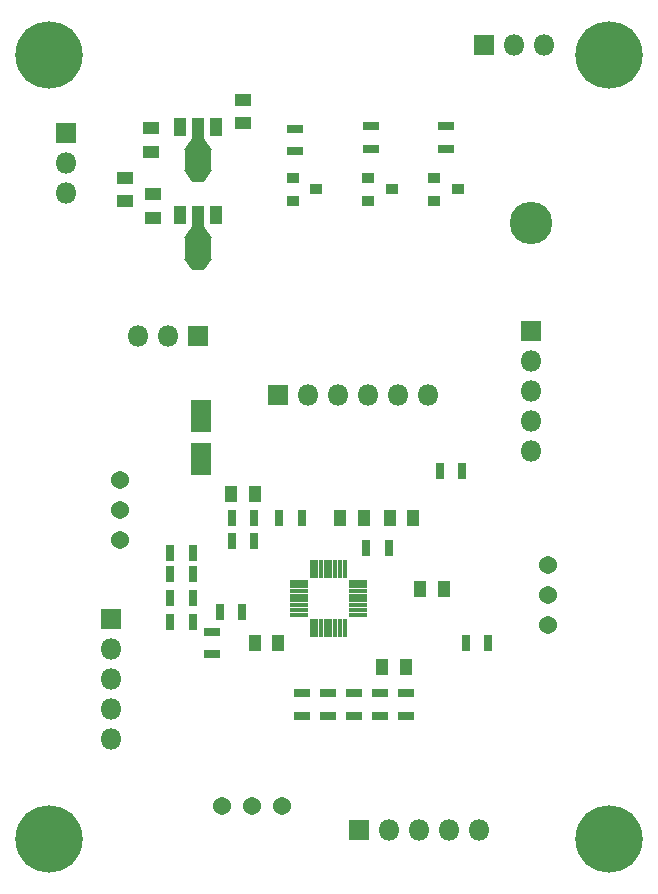
<source format=gts>
%TF.GenerationSoftware,KiCad,Pcbnew,5.1.6-c6e7f7d~87~ubuntu20.04.1*%
%TF.CreationDate,2020-11-07T15:56:43+00:00*%
%TF.ProjectId,ssi2130_vco,73736932-3133-4305-9f76-636f2e6b6963,1.1*%
%TF.SameCoordinates,Original*%
%TF.FileFunction,Soldermask,Top*%
%TF.FilePolarity,Negative*%
%FSLAX46Y46*%
G04 Gerber Fmt 4.6, Leading zero omitted, Abs format (unit mm)*
G04 Created by KiCad (PCBNEW 5.1.6-c6e7f7d~87~ubuntu20.04.1) date 2020-11-07 15:56:43*
%MOMM*%
%LPD*%
G01*
G04 APERTURE LIST*
%ADD10C,5.700000*%
%ADD11R,1.350000X1.100000*%
%ADD12R,0.800000X1.400000*%
%ADD13R,1.100000X1.350000*%
%ADD14R,1.800000X1.800000*%
%ADD15O,1.800000X1.800000*%
%ADD16R,1.400000X0.800000*%
%ADD17R,1.600000X0.300000*%
%ADD18R,0.300000X1.600000*%
%ADD19R,1.000000X0.900000*%
%ADD20C,0.100000*%
%ADD21R,1.100000X1.600000*%
%ADD22R,1.100000X1.900000*%
%ADD23R,2.300000X1.940000*%
%ADD24C,1.540000*%
%ADD25R,1.700000X2.700000*%
%ADD26C,3.600120*%
G04 APERTURE END LIST*
D10*
%TO.C,REF\u002A\u002A*%
X97200000Y-126400000D03*
%TD*%
%TO.C,REF\u002A\u002A*%
X144600000Y-126400000D03*
%TD*%
%TO.C,REF\u002A\u002A*%
X144600000Y-60000000D03*
%TD*%
%TO.C,REF\u002A\u002A*%
X97200000Y-60000000D03*
%TD*%
D11*
%TO.C,C2*%
X103600000Y-70400000D03*
X103600000Y-72400000D03*
%TD*%
D12*
%TO.C,R19*%
X113550000Y-107200000D03*
X111650000Y-107200000D03*
%TD*%
D11*
%TO.C,C1*%
X105800000Y-66200000D03*
X105800000Y-68200000D03*
%TD*%
D13*
%TO.C,C3*%
X114600000Y-97200000D03*
X112600000Y-97200000D03*
%TD*%
D11*
%TO.C,C4*%
X113600000Y-63800000D03*
X113600000Y-65800000D03*
%TD*%
%TO.C,C5*%
X106000000Y-73800000D03*
X106000000Y-71800000D03*
%TD*%
D13*
%TO.C,C6*%
X123800000Y-99200000D03*
X121800000Y-99200000D03*
%TD*%
%TO.C,C7*%
X114600000Y-109800000D03*
X116600000Y-109800000D03*
%TD*%
%TO.C,C8*%
X127400000Y-111800000D03*
X125400000Y-111800000D03*
%TD*%
%TO.C,C9*%
X126000000Y-99200000D03*
X128000000Y-99200000D03*
%TD*%
%TO.C,C10*%
X128600000Y-105200000D03*
X130600000Y-105200000D03*
%TD*%
D14*
%TO.C,J2*%
X102400000Y-107800000D03*
D15*
X102400000Y-110340000D03*
X102400000Y-112880000D03*
X102400000Y-115420000D03*
X102400000Y-117960000D03*
%TD*%
D14*
%TO.C,J3*%
X123400000Y-125600000D03*
D15*
X125940000Y-125600000D03*
X128480000Y-125600000D03*
X131020000Y-125600000D03*
X133560000Y-125600000D03*
%TD*%
%TO.C,J4*%
X138000000Y-93560000D03*
X138000000Y-91020000D03*
X138000000Y-88480000D03*
X138000000Y-85940000D03*
D14*
X138000000Y-83400000D03*
%TD*%
D15*
%TO.C,J5*%
X129300000Y-88800000D03*
X126760000Y-88800000D03*
X124220000Y-88800000D03*
X121680000Y-88800000D03*
X119140000Y-88800000D03*
D14*
X116600000Y-88800000D03*
%TD*%
D16*
%TO.C,R1*%
X118000000Y-66250000D03*
X118000000Y-68150000D03*
%TD*%
D12*
%TO.C,R2*%
X118550000Y-99200000D03*
X116650000Y-99200000D03*
%TD*%
%TO.C,R3*%
X114550000Y-101200000D03*
X112650000Y-101200000D03*
%TD*%
%TO.C,R4*%
X107450000Y-104000000D03*
X109350000Y-104000000D03*
%TD*%
%TO.C,R5*%
X109350000Y-106000000D03*
X107450000Y-106000000D03*
%TD*%
%TO.C,R6*%
X109350000Y-108000000D03*
X107450000Y-108000000D03*
%TD*%
%TO.C,R7*%
X109350000Y-102200000D03*
X107450000Y-102200000D03*
%TD*%
%TO.C,R8*%
X114550000Y-99200000D03*
X112650000Y-99200000D03*
%TD*%
D16*
%TO.C,R9*%
X118600000Y-114050000D03*
X118600000Y-115950000D03*
%TD*%
%TO.C,R10*%
X120800000Y-114050000D03*
X120800000Y-115950000D03*
%TD*%
%TO.C,R11*%
X123000000Y-115950000D03*
X123000000Y-114050000D03*
%TD*%
%TO.C,R12*%
X125200000Y-114050000D03*
X125200000Y-115950000D03*
%TD*%
%TO.C,R13*%
X127400000Y-115950000D03*
X127400000Y-114050000D03*
%TD*%
D12*
%TO.C,R14*%
X124050000Y-101800000D03*
X125950000Y-101800000D03*
%TD*%
%TO.C,R15*%
X132150000Y-95200000D03*
X130250000Y-95200000D03*
%TD*%
%TO.C,R16*%
X134350000Y-109800000D03*
X132450000Y-109800000D03*
%TD*%
D16*
%TO.C,R17*%
X124400000Y-67950000D03*
X124400000Y-66050000D03*
%TD*%
%TO.C,R18*%
X130800000Y-67950000D03*
X130800000Y-66050000D03*
%TD*%
%TO.C,R20*%
X111000000Y-108850000D03*
X111000000Y-110750000D03*
%TD*%
D17*
%TO.C,U1*%
X118300000Y-105000000D03*
X118300000Y-105400000D03*
X118300000Y-105800000D03*
X118300000Y-106200000D03*
X118300000Y-106600000D03*
X118300000Y-107000000D03*
D18*
X119800000Y-108500000D03*
X120200000Y-108500000D03*
X121800000Y-108500000D03*
X120600000Y-108500000D03*
X121400000Y-108500000D03*
X121000000Y-108500000D03*
D17*
X123300000Y-107000000D03*
X123300000Y-105400000D03*
X123300000Y-106600000D03*
X123300000Y-105000000D03*
X123300000Y-106200000D03*
X123300000Y-105800000D03*
D18*
X121000000Y-103500000D03*
X120600000Y-103500000D03*
X119800000Y-103500000D03*
X121800000Y-103500000D03*
X121400000Y-103500000D03*
X120200000Y-103500000D03*
D17*
X118300000Y-104600000D03*
X118300000Y-107400000D03*
D18*
X119400000Y-108500000D03*
X122200000Y-108500000D03*
D17*
X123300000Y-107400000D03*
X123300000Y-104600000D03*
D18*
X122200000Y-103500000D03*
X119400000Y-103500000D03*
%TD*%
D19*
%TO.C,U2*%
X117800000Y-70450000D03*
X117800000Y-72350000D03*
X119800000Y-71400000D03*
%TD*%
D20*
%TO.C,U3*%
G36*
X110996496Y-69792000D02*
G01*
X110325908Y-70742000D01*
X109274092Y-70742000D01*
X108603504Y-69792000D01*
X110996496Y-69792000D01*
G37*
D21*
X111300000Y-66120000D03*
D22*
X109800000Y-66266500D03*
D21*
X108300000Y-66120000D03*
D23*
X109800000Y-68933500D03*
D20*
G36*
X108603967Y-68073800D02*
G01*
X109373967Y-66973800D01*
X110226033Y-66973800D01*
X110996033Y-68073800D01*
X108603967Y-68073800D01*
G37*
%TD*%
%TO.C,U4*%
G36*
X108603967Y-75540300D02*
G01*
X109373967Y-74440300D01*
X110226033Y-74440300D01*
X110996033Y-75540300D01*
X108603967Y-75540300D01*
G37*
D23*
X109800000Y-76400000D03*
D21*
X108300000Y-73586500D03*
D22*
X109800000Y-73733000D03*
D21*
X111300000Y-73586500D03*
D20*
G36*
X110996496Y-77258500D02*
G01*
X110325908Y-78208500D01*
X109274092Y-78208500D01*
X108603504Y-77258500D01*
X110996496Y-77258500D01*
G37*
%TD*%
D19*
%TO.C,U5*%
X126200000Y-71400000D03*
X124200000Y-72350000D03*
X124200000Y-70450000D03*
%TD*%
%TO.C,U6*%
X131800000Y-71400000D03*
X129800000Y-72350000D03*
X129800000Y-70450000D03*
%TD*%
D14*
%TO.C,J1*%
X98600000Y-66600000D03*
D15*
X98600000Y-69140000D03*
X98600000Y-71680000D03*
%TD*%
%TO.C,J6*%
X139080000Y-59200000D03*
X136540000Y-59200000D03*
D14*
X134000000Y-59200000D03*
%TD*%
D24*
%TO.C,RV1*%
X103200000Y-101080000D03*
X103200000Y-98540000D03*
X103200000Y-96000000D03*
%TD*%
%TO.C,RV2*%
X139400000Y-103200000D03*
X139400000Y-105740000D03*
X139400000Y-108280000D03*
%TD*%
%TO.C,RV3*%
X116940000Y-123600000D03*
X114400000Y-123600000D03*
X111860000Y-123600000D03*
%TD*%
D25*
%TO.C,C11*%
X110000000Y-94200000D03*
X110000000Y-90600000D03*
%TD*%
D15*
%TO.C,J7*%
X104720000Y-83800000D03*
X107260000Y-83800000D03*
D14*
X109800000Y-83800000D03*
%TD*%
D26*
%TO.C,TP1*%
X138000000Y-74200000D03*
%TD*%
M02*

</source>
